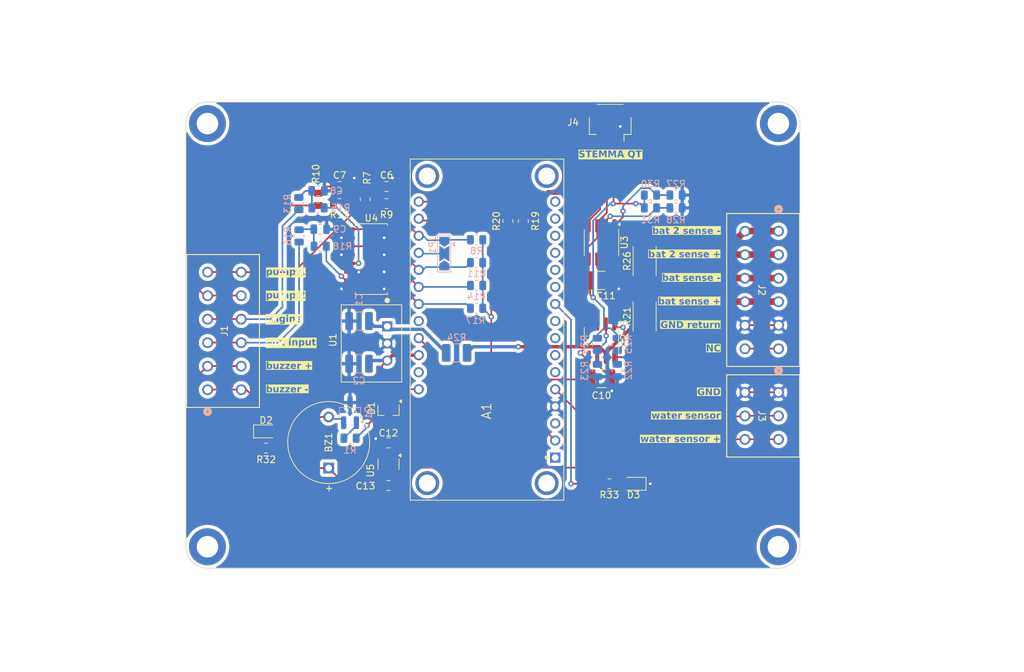
<source format=kicad_pcb>
(kicad_pcb (version 20240108) (generator "pcbnew") (generator_version "8.0")
  (layers (0 "F.Cu" signal) (31 "B.Cu" signal) (34 "B.Paste" user) (35 "F.Paste" user) (36 "B.SilkS" user "B.Silkscreen") (37 "F.SilkS" user "F.Silkscreen") (38 "B.Mask" user) (39 "F.Mask" user) (44 "Edge.Cuts" user))
  (net 0 "")
  (net 2 "Net-(A1-UART2_RTS_PWM1_P1.03_8)")
  (net 15 "Net-(Q1-B)")
  (net 16 "Net-(A1-SCL1_UART1_CTS_SPI1_MOSI_PWM3_P1.02_3)")
  (net 17 "/input_filter1/out")
  (net 18 "/input_filter/out")
  (net 19 "/VUSB")
  (net 20 "/input_filter2/out")
  (net 21 "/input_filter3/out")
  (net 22 "Net-(R9-Pad1)")
  (net 23 "Net-(R12-Pad1)")
  (net 24 "aux_bat_sense_-")
  (net 25 "Net-(R15-Pad1)")
  (net 26 "engine_running")
  (net 27 "Net-(R18-Pad1)")
  (net 28 "aux_input")
  (net 29 "SDA")
  (net 30 "SCL")
  (net 31 "water_sense_sig")
  (net 32 "Net-(C6-Pad1)")
  (net 33 "Net-(C7-Pad1)")
  (net 34 "Net-(C8-Pad1)")
  (net 35 "Net-(C9-Pad1)")
  (net 36 "Net-(U2-A1)")
  (net 37 "Net-(U2-A0)")
  (net 38 "Net-(U3-A1)")
  (net 39 "Net-(U3-A0)")
  (net 40 "Net-(A1-LiPo+)")
  (net 41 "+3V3")
  (net 42 "Net-(U5-EN)")
  (net 44 "GND")
  (net 45 "buzzer_-")
  (net 46 "buzzer_+")
  (net 47 "bilge_pump_2")
  (net 48 "bilge_pump")
  (net 49 "aux_bat_sense_+")
  (net 50 "bat_sense_+")
  (net 51 "bat_sense_-")
  (net 52 "/Vin")
  (net 53 "Net-(J2-Pad11)")
  (net 54 "Net-(D2-A)")
  (net 55 "Net-(A1-14_P0.31_PWM3_ADC5_SPI_SS)")
  (net 56 "Net-(D3-A)")
  (footprint "Package_TO_SOT_SMD:SOT-23-5" (layer "F.Cu") (at 76.9588 100.7125 -90)
    (property "Reference" "U5")
    (property "Value" "TPS7A2033PDBVR")
  )
  (footprint "Resistor_SMD:R_0805_2012Metric" (layer "F.Cu") (at 58.725 98.325)
    (property "Reference" "R32")
    (property "Value" "330")
  )
  (footprint "MountingHole:MountingHole_3.2mm_M3_ISO14580_Pad_TopBottom" (layer "F.Cu") (at 50 50)
    (property "Reference" "REF**" (hide yes))
    (property "Value" "MountingHole_3.2mm_M3_ISO14580_Pad_TopBottom")
  )
  (footprint "Connector_JST:JST_SH_SM04B-SRSS-TB_1x04-1MP_P1.00mm_Horizontal" (layer "F.Cu") (at 109.9613 49.825 180)
    (property "Reference" "J4")
    (property "Value" "SM04B-SRSS-TB")
  )
  (footprint "Package_SO:SOIC-8_3.9x4.9mm_P1.27mm" (layer "F.Cu") (at 108.6613 67.695 -90)
    (property "Reference" "U3")
    (property "Value" "INA219AxD")
  )
  (footprint "LED_SMD:LED_0805_2012Metric_Pad1.15x1.40mm_HandSolder" (layer "F.Cu") (at 113.4375 103.625 180)
    (property "Reference" "D3")
    (property "Value" "LED")
  )
  (footprint "MountingHole:MountingHole_3.2mm_M3_ISO14580_Pad_TopBottom" (layer "F.Cu") (at 135 113)
    (property "Reference" "REF**" (hide yes))
    (property "Value" "MountingHole_3.2mm_M3_ISO14580_Pad_TopBottom")
  )
  (footprint "1891946:CONN_1861946" (layer "F.Cu") (at 130.025 97.025001 -90)
    (property "Reference" "J3")
    (property "Value" "1861946")
  )
  (footprint "LED_SMD:LED_0805_2012Metric_Pad1.15x1.40mm_HandSolder" (layer "F.Cu") (at 58.725 95.83)
    (property "Reference" "D2")
    (property "Value" "CTL0805FRD1T")
  )
  (footprint "Capacitor_SMD:C_0805_2012Metric" (layer "F.Cu") (at 76.9588 103.8875 180)
    (property "Reference" "C13")
    (property "Value" "1u")
  )
  (footprint "Package_TO_SOT_SMD:SOT-23_Handsoldering" (layer "F.Cu") (at 76.9588 92.6875 -90)
    (property "Reference" "D1")
    (property "Value" "PMEG2005")
  )
  (footprint "Resistor_SMD:R_0805_2012Metric" (layer "F.Cu") (at 66.5038 61.28 -90)
    (property "Reference" "R10")
    (property "Value" "2.2k")
  )
  (footprint "Resistor_SMD:R_0805_2012Metric" (layer "F.Cu") (at 76.6638 61.915 180)
    (property "Reference" "R9")
    (property "Value" "2.2k")
  )
  (footprint "Capacitor_SMD:C_1210_3225Metric" (layer "F.Cu") (at 108.6613 87.95)
    (property "Reference" "C10")
    (property "Value" "0.1u")
  )
  (footprint "Capacitor_SMD:C_0805_2012Metric" (layer "F.Cu") (at 69.6788 59.375)
    (property "Reference" "C7")
    (property "Value" "4.7u")
  )
  (footprint "Buzzer_Beeper:MagneticBuzzer_ProSignal_ABI-009-RC" (layer "F.Cu") (at 68.0513 101.285 90)
    (property "Reference" "BZ1")
    (property "Value" "Buzzer")
  )
  (footprint "Resistor_SMD:R_0805_2012Metric" (layer "F.Cu") (at 109.8375 103.625 180)
    (property "Reference" "R33")
    (property "Value" "330")
  )
  (footprint "MountingHole:MountingHole_3.2mm_M3_ISO14580_Pad_TopBottom" (layer "F.Cu") (at 50 113)
    (property "Reference" "REF**" (hide yes))
    (property "Value" "MountingHole_3.2mm_M3_ISO14580_Pad_TopBottom")
  )
  (footprint "Resistor_SMD:R_0805_2012Metric" (layer "F.Cu") (at 69.6788 61.915 180)
    (property "Reference" "R12")
    (property "Value" "2.2k")
  )
  (footprint "1891975:CONN_1861975" (layer "F.Cu") (at 55.025 72.125 90)
    (property "Reference" "J1")
    (property "Value" "1861975")
  )
  (footprint "1891975:CONN_1861975" (layer "F.Cu") (at 130.025 83.524999 -90)
    (property "Reference" "J2")
    (property "Value" "1861975")
  )
  (footprint "Package_SO:SOIC-16_4.55x10.3mm_P1.27mm" (layer "F.Cu") (at 74.4013 70.17)
    (property "Reference" "U4")
    (property "Value" "TLP291-4")
  )
  (footprint "Capacitor_SMD:C_1210_3225Metric" (layer "F.Cu") (at 108.4563 73.345)
    (property "Reference" "C11")
    (property "Value" "0.1u")
  )
  (footprint "Resistor_SMD:R_2512_6332Metric" (layer "F.Cu") (at 115.0913 78.719996 90)
    (property "Reference" "R21")
    (property "Value" "0.1")
  )
  (footprint "libs:CONV_V7805-1000" (layer "F.Cu") (at 74.4188 82.735 -90)
    (property "Reference" "U1")
    (property "Value" "V7805-1000")
  )
  (footprint "Resistor_SMD:R_2512_6332Metric" (layer "F.Cu") (at 115.0913 70.464996 90)
    (property "Reference" "R26")
    (property "Value" "0.1")
  )
  (footprint "Resistor_SMD:R_0805_2012Metric" (layer "F.Cu") (at 94.725 64.5125 -90)
    (property "Reference" "R20")
    (property "Value" "10k")
  )
  (footprint "Capacitor_SMD:C_0805_2012Metric" (layer "F.Cu") (at 76.9588 97.5375 180)
    (property "Reference" "C12")
    (property "Value" "1u")
  )
  (footprint "Package_SO:SOIC-8_3.9x4.9mm_P1.27mm" (layer "F.Cu") (at 108.6613 82.3 -90)
    (property "Reference" "U2")
    (property "Value" "INA219AxD")
  )
  (footprint "Resistor_SMD:R_0805_2012Metric" (layer "F.Cu") (at 73.4888 61.28 -90)
    (property "Reference" "R7")
    (property "Value" "2.2k")
  )
  (footprint "Capacitor_SMD:C_0805_2012Metric" (layer "F.Cu") (at 76.6638 59.375)
    (property "Reference" "C6")
    (property "Value" "4.7u")
  )
  (footprint "MountingHole:MountingHole_3.2mm_M3_ISO14580_Pad_TopBottom" (layer "F.Cu") (at 135 50)
    (property "Reference" "REF**" (hide yes))
    (property "Value" "MountingHole_3.2mm_M3_ISO14580_Pad_TopBottom")
  )
  (footprint "libs:Boron" (layer "F.Cu") (at 91.6188 80.67 90)
    (property "Reference" "A1")
    (property "Value" "Particle_Boron")
  )
  (footprint "Resistor_SMD:R_0805_2012Metric" (layer "F.Cu") (at 97.025 64.5125 -90)
    (property "Reference" "R19")
    (property "Value" "10k")
  )
  (footprint "Resistor_SMD:R_0805_2012Metric" (layer "B.Cu") (at 111.0063 82.87 90)
    (property "Reference" "R25")
    (property "Value" "10k")
  )
  (footprint "Resistor_SMD:R_0805_2012Metric" (layer "B.Cu") (at 90.0713 74.095832)
    (property "Reference" "R14")
    (property "Value" "4.7k")
  )
  (footprint "Resistor_SMD:R_0805_2012Metric" (layer "B.Cu") (at 63.6438 66.7175 -90)
    (property "Reference" "R16")
    (property "Value" "2.2k")
  )
  (footprint "Resistor_SMD:R_0805_2012Metric" (layer "B.Cu") (at 115.9538 60.645 180)
    (property "Reference" "R30")
    (property "Value" "10k")
  )
  (footprint "Capacitor_SMD:C_0805_2012Metric" (layer "B.Cu") (at 66.4613 60.01)
    (property "Reference" "C8")
    (property "Value" "4.7u")
  )
  (footprint "Resistor_SMD:R_0805_2012Metric" (layer "B.Cu") (at 119.7638 62.55 180)
    (property "Reference" "R28")
    (property "Value" "10k")
  )
  (footprint "Resistor_SMD:R_0805_2012Metric" (layer "B.Cu") (at 90.0713 70.696666)
    (property "Reference" "R11")
    (property "Value" "4.7k")
  )
  (footprint "Capacitor_SMD:C_0805_2012Metric" (layer "B.Cu") (at 66.7813 65.725)
    (property "Reference" "C9")
    (property "Value" "4.7u")
  )
  (footprint "Capacitor_SMD:C_1210_3225Metric" (layer "B.Cu") (at 72.5688 85.75 180)
    (property "Reference" "C2")
    (property "Value" "22u")
  )
  (footprint "Capacitor_SMD:C_1210_3225Metric" (layer "B.Cu") (at 72.5688 79.4 180)
    (property "Reference" "C1")
    (property "Value" "10u")
  )
  (footprint "Resistor_SMD:R_0805_2012Metric" (layer "B.Cu") (at 115.9538 62.55 180)
    (property "Reference" "R31")
    (property "Value" "10k")
  )
  (footprint "Resistor_SMD:R_0805_2012Metric" (layer "B.Cu") (at 108.0563 82.87 90)
    (property "Reference" "R29")
    (property "Value" "10k")
  )
  (footprint "Resistor_SMD:R_0805_2012Metric" (layer "B.Cu") (at 90.0713 67.2975)
    (property "Reference" "R8")
    (property "Value" "4.7k")
  )
  (footprint "Resistor_SMD:R_0805_2012Metric" (layer "B.Cu") (at 111.0063 86.76 90)
    (property "Reference" "R22")
    (property "Value" "10k")
  )
  (footprint "Resistor_SMD:R_0805_2012Metric" (layer "B.Cu") (at 63.6013 61.915 -90)
    (property "Reference" "R13")
    (property "Value" "2.2k")
  )
  (footprint "Resistor_SMD:R_0805_2012Metric" (layer "B.Cu") (at 119.7638 60.645 180)
    (property "Reference" "R27")
    (property "Value" "10k")
  )
  (footprint "Resistor_SMD:R_0805_2012Metric" (layer "B.Cu") (at 71.2263 96.84 180)
    (property "Reference" "R1")
    (property "Value" "1k")
  )
  (footprint "Resistor_SMD:R_0805_2012Metric" (layer "B.Cu") (at 66.4613 62.55 180)
    (property "Reference" "R15")
    (property "Value" "2.2k")
  )
  (footprint "Jumper:SolderJumper-3_P2.0mm_Open_TrianglePad1.0x1.5mm" (layer "B.Cu") (at 85.2688 69.3625 -90)
    (property "Reference" "JP1")
    (property "Value" "SolderJumper_3_Open")
  )
  (footprint "Resistor_SMD:R_1210_3225Metric_Pad1.30x2.65mm_HandSolder" (layer "B.Cu") (at 87.1013 84.14 180)
    (property "Reference" "R24")
    (property "Value" "0")
  )
  (footprint "Resistor_SMD:R_0805_2012Metric" (layer "B.Cu") (at 66.7813 68.265 180)
    (property "Reference" "R18")
    (property "Value" "2.2k")
  )
  (footprint "Resistor_SMD:R_0805_2012Metric" (layer "B.Cu") (at 90.0713 77.495)
    (property "Reference" "R17")
    (property "Value" "4.7k")
  )
  (footprint "Package_TO_SOT_SMD:SOT-23_Handsoldering" (layer "B.Cu") (at 71.2263 93.03 90)
    (property "Reference" "Q1")
    (property "Value" "Q_NPN_BCE")
  )
  (footprint "Resistor_SMD:R_0805_2012Metric" (layer "B.Cu") (at 108.0563 86.76 90)
    (property "Reference" "R23")
    (property "Value" "10k")
  )
  (gr_arc (start 50 116.2) (mid 47.737258 115.262742) (end 46.8 113) (stroke (width 0.1)) (layer "Edge.Cuts"))
  (gr_arc (start 135 46.8) (mid 137.262742 47.737258) (end 138.2 50) (stroke (width 0.1)) (layer "Edge.Cuts"))
  (gr_line (start 135 116.2) (end 50 116.2) (stroke (width 0.1)) (layer "Edge.Cuts"))
  (gr_line (start 138.2 50) (end 138.2 113) (stroke (width 0.1)) (layer "Edge.Cuts"))
  (gr_arc (start 138.2 113) (mid 137.262742 115.262742) (end 135 116.2) (stroke (width 0.1)) (layer "Edge.Cuts"))
  (gr_line (start 50 46.8) (end 135 46.8) (stroke (width 0.1)) (layer "Edge.Cuts"))
  (gr_arc (start 46.8 50) (mid 47.737258 47.737258) (end 50 46.8) (stroke (width 0.1)) (layer "Edge.Cuts"))
  (gr_line (start 46.8 113) (end 46.8 50) (stroke (width 0.1)) (layer "Edge.Cuts"))
  (gr_text "buzzer +" (at 58.7 86.116599 0) (layer "F.SilkS" knockout) (effects (font (size 1 1) (thickness 0.2) (bold yes)) (justify left)))
  (gr_text "bat sense -" (at 126.4 73.016598 0) (layer "F.SilkS" knockout) (effects (font (size 1 1) (thickness 0.2) (bold yes)) (justify right)))
  (gr_text "water sensor" (at 126.4 93.516599 0) (layer "F.SilkS" knockout) (effects (font (size 1 1) (thickness 0.2) (bold yes)) (justify right)))
  (gr_text "bat 2 sense -" (at 126.4 66.016598 0) (layer "F.SilkS" knockout) (effects (font (size 1 1) (thickness 0.15) (bold yes)) (justify right)))
  (gr_text "GND" (at 126.4 90.016599 0) (layer "F.SilkS" knockout) (effects (font (size 1 1) (thickness 0.2) (bold yes)) (justify right)))
  (gr_text "aux input\n" (at 58.7 82.616599 0) (layer "F.SilkS" knockout) (effects (font (size 1 1) (thickness 0.2) (bold yes)) (justify left)))
  (gr_text "STEMMA QT" (at 109.9613 54.6 0) (layer "F.SilkS" knockout) (effects (font (size 1 1) (thickness 0.2) (bold yes))))
  (gr_text "engine\n" (at 58.7 79.116598 0) (layer "F.SilkS" knockout) (effects (font (size 1 1) (thickness 0.2) (bold yes)) (justify left)))
  (gr_text "NC" (at 126.4 83.5 0) (layer "F.SilkS" knockout) (effects (font (size 1 1) (thickness 0.2) (bold yes)) (justify right)))
  (gr_text "GND return" (at 126.4 80.016599 0) (layer "F.SilkS" knockout) (effects (font (size 1 1) (thickness 0.2) (bold yes)) (justify right)))
  (gr_text "pump 1" (at 58.7 72.116598 0) (layer "F.SilkS" knockout) (effects (font (size 1 1) (thickness 0.15) (bold yes)) (justify left)))
  (gr_text "bat 2 sense +" (at 126.4 69.5 0) (layer "F.SilkS" knockout) (effects (font (size 1 1) (thickness 0.15) (bold yes)) (justify right)))
  (gr_text "pump 2" (at 58.7 75.6 0) (layer "F.SilkS" knockout) (effects (font (size 1 1) (thickness 0.15) (bold yes)) (justify left)))
  (gr_text "buzzer -" (at 58.7 89.6 0) (layer "F.SilkS" knockout) (effects (font (size 1 1) (thickness 0.2) (bold yes)) (justify left)))
  (gr_text "water sensor +" (at 126.4 97 0) (layer "F.SilkS" knockout) (effects (font (size 1 1) (thickness 0.2) (bold yes)) (justify right)))
  (gr_text "bat sense +" (at 126.4 76.516599 0) (layer "F.SilkS" knockout) (effects (font (size 1 1) (thickness 0.2) (bold yes)) (justify right)))
  (segment (start 82.825 83.3062) (end 82.825 90.225) (width 0.25) (layer "F.Cu") (net 2))
  (segment (start 81.4588 81.94) (end 82.825 83.3062) (width 0.25) (layer "F.Cu") (net 2))
  (segment (start 82.825 90.225) (end 80.1375 92.9125) (width 0.25) (layer "F.Cu") (net 2))
  (segment (start 75.7888 92.9125) (end 73.7663 94.935) (width 0.25) (layer "F.Cu") (net 2))
  (segment (start 80.1375 92.9125) (end 75.7888 92.9125) (width 0.25) (layer "F.Cu") (net 2))
  (via (at 73.7663 94.935) (size 0.8) (drill 0.4) (layers "F.Cu" "B.Cu") (net 2))
  (segment (start 73.7663 94.935) (end 73.7663 95.2125) (width 0.25) (layer "B.Cu") (net 2))
  (segment (start 73.7663 95.2125) (end 72.1388 96.84) (width 0.25) (layer "B.Cu") (net 2))
  (segment (start 72.1763 94.9775) (end 70.3138 96.84) (width 0.25) (layer "B.Cu") (net 15))
  (segment (start 82.0938 69.24) (end 82.2163 69.3625) (width 0.25) (layer "B.Cu") (net 16))
  (segment (start 82.2163 69.3625) (end 85.2688 69.3625) (width 0.25) (layer "B.Cu") (net 16))
  (segment (start 81.4588 69.24) (end 82.0938 69.24) (width 0.25) (layer "B.Cu") (net 16))
  (segment (start 77.6513 68.265) (end 77.9438 68.265) (width 0.25) (layer "F.Cu") (net 17))
  (segment (start 77.9438 68.265) (end 81.4588 71.78) (width 0.25) (layer "F.Cu") (net 17))
  (segment (start 81.4588 71.78) (end 82.0938 71.78) (width 0.25) (layer "B.Cu") (net 17))
  (segment (start 88.492966 71.3625) (end 89.1588 70.696666) (width 0.25) (layer "B.Cu") (net 17))
  (segment (start 88.492966 71.3625) (end 85.2688 71.3625) (width 0.25) (layer "B.Cu") (net 17))
  (segment (start 82.0938 71.78) (end 82.5113 71.3625) (width 0.25) (layer "B.Cu") (net 17))
  (segment (start 82.5113 71.3625) (end 85.2688 71.3625) (width 0.25) (layer "B.Cu") (net 17))
  (segment (start 77.6513 65.725) (end 80.4838 65.725) (width 0.25) (layer "F.Cu") (net 18))
  (segment (start 80.4838 65.725) (end 81.4588 66.7) (width 0.25) (layer "F.Cu") (net 18))
  (segment (start 85.8763 67.3625) (end 85.9413 67.2975) (width 0.25) (layer "B.Cu") (net 18))
  (segment (start 82.7563 67.3625) (end 85.2688 67.3625) (width 0.25) (layer "B.Cu") (net 18))
  (segment (start 85.2688 67.3625) (end 85.8763 67.3625) (width 0.25) (layer "B.Cu") (net 18))
  (segment (start 81.4588 66.7) (end 82.0938 66.7) (width 0.25) (layer "B.Cu") (net 18))
  (segment (start 85.9413 67.2975) (end 89.1588 67.2975) (width 0.25) (layer "B.Cu") (net 18))
  (segment (start 82.0938 66.7) (end 82.7563 67.3625) (width 0.25) (layer "B.Cu") (net 18))
  (segment (start 76.0088 86.035) (end 76.7688 85.275) (width 0.25) (layer "F.Cu") (net 19))
  (segment (start 76.0088 91.1875) (end 76.0088 86.035) (width 0.25) (layer "F.Cu") (net 19))
  (segment (start 77.5638 84.48) (end 76.7688 85.275) (width 0.5) (layer "F.Cu") (net 19))
  (segment (start 81.4588 84.48) (end 77.5638 84.48) (width 0.5) (layer "F.Cu") (net 19))
  (segment (start 74.5188 85.275) (end 74.0438 85.75) (width 0.25) (layer "B.Cu") (net 19))
  (segment (start 76.7688 85.275) (end 74.5188 85.275) (width 0.5) (layer "B.Cu") (net 19))
  (segment (start 77.9438 70.805) (end 81.4588 74.32) (width 0.25) (layer "F.Cu") (net 20))
  (segment (start 77.6513 70.805) (end 77.9438 70.805) (width 0.25) (layer "F.Cu") (net 20))
  (segment (start 81.4588 74.32) (end 88.934632 74.32) (width 0.25) (layer "B.Cu") (net 20))
  (segment (start 88.934632 74.32) (end 89.1588 74.095832) (width 0.25) (layer "B.Cu") (net 20))
  (segment (start 77.6513 73.345) (end 77.9438 73.345) (width 0.25) (layer "F.Cu") (net 21))
  (segment (start 77.9438 73.345) (end 81.4588 76.86) (width 0.25) (layer "F.Cu") (net 21))
  (segment (start 88.5238 76.86) (end 81.4588 76.86) (width 0.25) (layer "B.Cu") (net 21))
  (segment (start 88.5238 76.86) (end 89.1588 77.495) (width 0.25) (layer "B.Cu") (net 21))
  (segment (start 73.7663 65.725) (end 71.1513 65.725) (width 0.25) (layer "F.Cu") (net 22))
  (segment (start 77.5763 61.915) (end 73.7663 65.725) (width 0.25) (layer "F.Cu") (net 22))
  (segment (start 73.1313 68.265) (end 71.1513 68.265) (width 0.25) (layer "F.Cu") (net 23))
  (segment (start 78.4388 62.9575) (end 73.1313 68.265) (width 0.25) (layer "F.Cu") (net 23))
  (segment (start 74.4763 57.33) (end 77.897316 57.33) (width 0.25) (layer "F.Cu") (net 23))
  (segment (start 70.5913 61.915) (end 70.5913 61.215) (width 0.25) (layer "F.Cu") (net 23))
  (segment (start 78.4388 57.871484) (end 78.4388 62.9575) (width 0.25) (layer "F.Cu") (net 23))
  (segment (start 77.897316 57.33) (end 78.4388 57.871484) (width 0.25) (layer "F.Cu") (net 23))
  (segment (start 70.5913 61.215) (end 74.4763 57.33) (width 0.25) (layer "F.Cu") (net 23))
  (segment (start 109.2963 69.195001) (end 110.988805 67.502496) (width 0.25) (layer "F.Cu") (net 24))
  (segment (start 110.988805 67.502496) (end 115.0913 67.502496) (width 0.25) (layer "F.Cu") (net 24))
  (segment (start 109.2963 70.17) (end 109.2963 69.195001) (width 0.25) (layer "F.Cu") (net 24))
  (segment (start 130 65.999996) (end 135 65.999996) (width 1) (layer "F.Cu") (net 24))
  (segment (start 128.574996 67.425) (end 130 65.999996) (width 1) (layer "F.Cu") (net 24))
  (segment (start 115.776292 67.425) (end 128.574996 67.425) (width 1) (layer "F.Cu") (net 24))
  (segment (start 115.0913 67.502496) (end 115.548796 67.502496) (width 0.25) (layer "F.Cu") (net 24))
  (segment (start 115.548796 67.502496) (end 115.701292 67.35) (width 0.25) (layer "F.Cu") (net 24))
  (segment (start 71.1513 70.805) (end 72.4963 70.805) (width 0.25) (layer "F.Cu") (net 25))
  (via (at 72.4963 70.805) (size 0.8) (drill 0.4) (layers "F.Cu" "B.Cu") (net 25))
  (segment (start 69.3213 62.55) (end 72.4963 65.725) (width 0.25) (layer "B.Cu") (net 25))
  (segment (start 67.3738 62.55) (end 69.3213 62.55) (width 0.25) (layer "B.Cu") (net 25))
  (segment (start 72.4963 65.725) (end 72.4963 70.805) (width 0.25) (layer "B.Cu") (net 25))
  (segment (start 55.1 79.099999) (end 50.1 79.099999) (width 0.25) (layer "F.Cu") (net 26))
  (segment (start 63.6013 62.8275) (end 61.165499 65.263301) (width 0.25) (layer "B.Cu") (net 26))
  (segment (start 61.165499 77.310801) (end 59.359702 79.116598) (width 0.25) (layer "B.Cu") (net 26))
  (segment (start 61.165499 65.263301) (end 61.165499 77.310801) (width 0.25) (layer "B.Cu") (net 26))
  (segment (start 59.359702 79.116598) (end 55 79.116598) (width 0.25) (layer "B.Cu") (net 26))
  (segment (start 70.575257 73.345) (end 71.1513 73.345) (width 0.25) (layer "F.Cu") (net 27))
  (segment (start 69.947941 72.717684) (end 70.575257 73.345) (width 0.25) (layer "F.Cu") (net 27))
  (via (at 69.947941 72.717684) (size 0.8) (drill 0.4) (layers "F.Cu" "B.Cu") (net 27))
  (segment (start 67.6938 70.463543) (end 69.947941 72.717684) (width 0.25) (layer "B.Cu") (net 27))
  (segment (start 67.6938 68.265) (end 67.6938 70.463543) (width 0.25) (layer "B.Cu") (net 27))
  (segment (start 50.1 82.6) (end 55.1 82.6) (width 0.25) (layer "F.Cu") (net 28))
  (segment (start 60.542201 82.616599) (end 55 82.616599) (width 0.25) (layer "B.Cu") (net 28))
  (segment (start 63.6438 67.63) (end 63.6438 79.515) (width 0.25) (layer "B.Cu") (net 28))
  (segment (start 60.542201 82.616599) (end 63.6438 79.515) (width 0.25) (layer "B.Cu") (net 28))
  (segment (start 109.136299 50.725) (end 109.4613 51.050001) (width 0.25) (layer "F.Cu") (net 29))
  (segment (start 94.725 63.6) (end 94.6 63.6) (width 0.25) (layer "F.Cu") (net 29))
  (segment (start 109.4613 51.050001) (end 109.4613 51.825) (width 0.25) (layer "F.Cu") (net 29))
  (segment (start 94.5725 63.4475) (end 94.725 63.6) (width 0.25) (layer "F.Cu") (net 29))
  (segment (start 92.62 61.62) (end 81.4588 61.62) (width 0.25) (layer "F.Cu") (net 29))
  (segment (start 100.663604 60.025) (end 102.625 60.025) (width 0.25) (layer "F.Cu") (net 29))
  (segment (start 95.5625 62.7625) (end 97.926104 62.7625) (width 0.25) (layer "F.Cu") (net 29))
  (segment (start 97.926104 62.7625) (end 100.663604 60.025) (width 0.25) (layer "F.Cu") (net 29))
  (segment (start 106.0813 76.45) (end 108.0263 78.395) (width 0.25) (layer "F.Cu") (net 29))
  (segment (start 109.4613 51.825) (end 109.4613 63.268957) (width 0.25) (layer "F.Cu") (net 29))
  (segment (start 106.0813 68.97) (end 106.0813 76.45) (width 0.25) (layer "F.Cu") (net 29))
  (segment (start 108.0263 67.025) (end 106.0813 68.97) (width 0.25) (layer "F.Cu") (net 29))
  (segment (start 94.6 63.6) (end 92.62 61.62) (width 0.25) (layer "F.Cu") (net 29))
  (segment (start 105.825 56.825) (end 105.825 53.010392) (width 0.25) (layer "F.Cu") (net 29))
  (segment (start 108.110392 50.725) (end 109.136299 50.725) (width 0.25) (layer "F.Cu") (net 29))
  (segment (start 105.825 53.010392) (end 108.110392 50.725) (width 0.25) (layer "F.Cu") (net 29))
  (segment (start 108.0263 64.703957) (end 108.0263 65.22) (width 0.25) (layer "F.Cu") (net 29))
  (segment (start 108.0263 78.395) (end 108.0263 79.825) (width 0.25) (layer "F.Cu") (net 29))
  (segment (start 108.0263 65.22) (end 108.0263 67.025) (width 0.25) (layer "F.Cu") (net 29))
  (segment (start 94.725 63.6) (end 95.5625 62.7625) (width 0.25) (layer "F.Cu") (net 29))
  (segment (start 102.625 60.025) (end 105.825 56.825) (width 0.25) (layer "F.Cu") (net 29))
  (segment (start 109.4613 63.268957) (end 108.0263 64.703957) (width 0.25) (layer "F.Cu") (net 29))
  (segment (start 81.7363 64.4375) (end 96.1875 64.4375) (width 0.25) (layer "F.Cu") (net 30))
  (segment (start 102.875 60.475) (end 106.325 57.025) (width 0.25) (layer "F.Cu") (net 30))
  (segment (start 100.85 60.475) (end 102.875 60.475) (width 0.25) (layer "F.Cu") (net 30))
  (segment (start 105.6313 68.6187) (end 106.7563 67.4937) (width 0.25) (layer "F.Cu") (net 30))
  (segment (start 106.325 53.325) (end 107.825 51.825) (width 0.25) (layer "F.Cu") (net 30))
  (segment (start 106.325 57.025) (end 106.325 53.325) (width 0.25) (layer "F.Cu") (net 30))
  (segment (start 81.4588 64.16) (end 81.7363 64.4375) (width 0.25) (layer "F.Cu") (net 30))
  (segment (start 108.4613 53.575096) (end 108.4613 51.825) (width 0.25) (layer "F.Cu") (net 30))
  (segment (start 106.7563 65.22) (end 106.7563 64.485) (width 0.25) (layer "F.Cu") (net 30))
  (segment (start 107.825 51.825) (end 108.4613 51.825) (width 0.25) (layer "F.Cu") (net 30))
  (segment (start 97.025 63.6) (end 97.725 63.6) (width 0.25) (layer "F.Cu") (net 30))
  (segment (start 97.725 63.6) (end 100.85 60.475) (width 0.25) (layer "F.Cu") (net 30))
  (segment (start 108.4613 62.78) (end 108.4613 51.825) (width 0.25) (layer "F.Cu") (net 30))
  (segment (start 106.7563 64.485) (end 108.4613 62.78) (width 0.25) (layer "F.Cu") (net 30))
  (segment (start 106.7563 67.4937) (end 106.7563 65.22) (width 0.25) (layer "F.Cu") (net 30))
  (segment (start 106.7563 79.825) (end 105.6313 78.7) (width 0.25) (layer "F.Cu") (net 30))
  (segment (start 106.7373 65.239) (end 106.7563 65.22) (width 0.25) (layer "F.Cu") (net 30))
  (segment (start 105.6313 78.7) (end 105.6313 68.6187) (width 0.25) (layer "F.Cu") (net 30))
  (segment (start 96.1875 64.4375) (end 97.025 63.6) (width 0.25) (layer "F.Cu") (net 30))
  (segment (start 101.7788 89.56) (end 105.8188 93.6) (width 0.25) (layer "F.Cu") (net 31))
  (segment (start 129.899999 93.6) (end 130 93.499999) (width 0.25) (layer "F.Cu") (net 31))
  (segment (start 130 93.499999) (end 135 93.499999) (width 0.25) (layer "F.Cu") (net 31))
  (segment (start 105.8188 93.6) (end 129.899999 93.6) (width 0.25) (layer "F.Cu") (net 31))
  (segment (start 73.4888 60.3675) (end 74.4813 59.375) (width 0.25) (layer "F.Cu") (net 32))
  (segment (start 75.7513 61.915) (end 75.7513 59.4125) (width 0.25) (layer "F.Cu") (net 32))
  (segment (start 74.4813 59.375) (end 75.7138 59.375) (width 0.25) (layer "F.Cu") (net 32))
  (segment (start 75.7513 59.4125) (end 75.7138 59.375) (width 0.25) (layer "F.Cu") (net 32))
  (segment (start 68.7663 59.4125) (end 68.7288 59.375) (width 0.25) (layer "F.Cu") (net 33))
  (segment (start 68.7663 61.915) (end 68.7663 59.4125) (width 0.25) (layer "F.Cu") (net 33))
  (segment (start 67.4963 59.375) (end 66.5038 60.3675) (width 0.25) (layer "F.Cu") (net 33))
  (segment (start 68.7288 59.375) (end 67.4963 59.375) (width 0.25) (layer "F.Cu") (net 33))
  (segment (start 64.5938 60.01) (end 63.6013 61.0025) (width 0.25) (layer "B.Cu") (net 34))
  (segment (start 65.5113 60.01) (end 64.5938 60.01) (width 0.25) (layer "B.Cu") (net 34))
  (segment (start 65.5113 60.01) (end 65.5113 60.645) (width 0.25) (layer "B.Cu") (net 34))
  (segment (start 65.5488 60.6825) (end 65.5488 62.55) (width 0.25) (layer "B.Cu") (net 34))
  (segment (start 65.5113 60.645) (end 65.5488 60.6825) (width 0.25) (layer "B.Cu") (net 34))
  (segment (start 65.8313 68.2275) (end 65.8688 68.265) (width 0.25) (layer "B.Cu") (net 35))
  (segment (start 65.8313 65.725) (end 63.7238 65.725) (width 0.25) (layer "B.Cu") (net 35))
  (segment (start 65.8313 65.725) (end 65.8313 68.2275) (width 0.25) (layer "B.Cu") (net 35))
  (segment (start 63.7238 65.725) (end 63.6438 65.805) (width 0.25) (layer "B.Cu") (net 35))
  (segment (start 111.8663 80.33) (end 111.0713 80.33) (width 0.25) (layer "F.Cu") (net 36))
  (segment (start 111.0713 80.33) (end 110.5663 79.825) (width 0.25) (layer "F.Cu") (net 36))
  (via (at 111.8663 80.33) (size 0.8) (drill 0.4) (layers "F.Cu" "B.Cu") (net 36))
  (segment (start 112.0313 80.495) (end 111.8663 80.33) (width 0.25) (layer "B.Cu") (net 36))
  (segment (start 111.0063 83.7825) (end 111.0063 85.8475) (width 0.25) (layer "B.Cu") (net 36))
  (segment (start 112.0313 82.7575) (end 112.0313 80.495) (width 0.25) (layer "B.Cu") (net 36))
  (segment (start 111.0063 83.7825) (end 112.0313 82.7575) (width 0.25) (layer "B.Cu") (net 36))
  (segment (start 109.35202 81.598838) (end 109.35202 79.88072) (width 0.25) (layer "F.Cu") (net 37))
  (segment (start 109.35202 79.88072) (end 109.2963 79.825) (width 0.25) (layer "F.Cu") (net 37))
  (via (at 109.35202 81.598838) (size 0.8) (drill 0.4) (layers "F.Cu" "B.Cu") (net 37))
  (segment (start 108.0563 83.7825) (end 108.0563 85.8475) (width 0.25) (layer "B.Cu") (net 37))
  (segment (start 109.35202 82.48678) (end 109.35202 81.598838) (width 0.25) (layer "B.Cu") (net 37))
  (segment (start 108.0563 83.7825) (end 109.35202 82.48678) (width 0.25) (layer "B.Cu") (net 37))
  (segment (start 110.5663 65.22) (end 111.8663 63.92) (width 0.25) (layer "F.Cu") (net 38))
  (segment (start 111.8663 63.92) (end 111.8663 63.025) (width 0.25) (layer "F.Cu") (net 38))
  (via (at 111.8663 63.025) (size 0.8) (drill 0.4) (layers "F.Cu" "B.Cu") (net 38))
  (segment (start 114.5337 59.62) (end 111.8663 62.2874) (width 0.25) (layer "B.Cu") (net 38))
  (segment (start 115.8413 59.62) (end 114.5337 59.62) (width 0.25) (layer "B.Cu") (net 38))
  (segment (start 111.8663 62.2874) (end 111.8663 63.025) (width 0.25) (layer "B.Cu") (net 38))
  (segment (start 118.8513 60.645) (end 116.8663 60.645) (width 0.25) (layer "B.Cu") (net 38))
  (segment (start 116.8663 60.645) (end 115.8413 59.62) (width 0.25) (layer "B.Cu") (net 38))
  (segment (start 109.2963 64.459262) (end 109.2963 65.22) (width 0.25) (layer "F.Cu") (net 39))
  (segment (start 109.950329 63.805233) (end 109.2963 64.459262) (width 0.25) (layer "F.Cu") (net 39))
  (via (at 109.950329 63.805233) (size 0.8) (drill 0.4) (layers "F.Cu" "B.Cu") (net 39))
  (segment (start 116.8663 62.55) (end 115.6163 63.8) (width 0.25) (layer "B.Cu") (net 39))
  (segment (start 118.8513 62.55) (end 116.8663 62.55) (width 0.25) (layer "B.Cu") (net 39))
  (segment (start 109.955562 63.8) (end 109.950329 63.805233) (width 0.25) (layer "B.Cu") (net 39))
  (segment (start 115.6163 63.8) (end 109.955562 63.8) (width 0.25) (layer "B.Cu") (net 39))
  (segment (start 79.5363 89.56) (end 81.4588 89.56) (width 0.25) (layer "F.Cu") (net 40))
  (segment (start 77.9088 91.1875) (end 79.5363 89.56) (width 0.25) (layer "F.Cu") (net 40))
  (segment (start 106.7563 87.52) (end 106.7563 84.775) (width 0.25) (layer "F.Cu") (net 41))
  (segment (start 94.7213 66.0287) (end 94.725 66.025) (width 0.25) (layer "F.Cu") (net 41))
  (segment (start 107.0373 88.099) (end 100.9223 88.099) (width 0.25) (layer "F.Cu") (net 41))
  (segment (start 107.1863 87.95) (end 107.0373 88.099) (width 0.25) (layer "F.Cu") (net 41))
  (segment (start 99.66755 95.06875) (end 101.7788 97.18) (width 0.25) (layer "F.Cu") (net 41))
  (segment (start 106.9813 73.345) (end 106.9813 75.445) (width 0.25) (layer "F.Cu") (net 41))
  (segment (start 94.725 65.425) (end 94.7213 65.4287) (width 0.25) (layer "F.Cu") (net 41))
  (segment (start 110.4613 61.8537) (end 110.4 61.915) (width 0.25) (layer "F.Cu") (net 41))
  (segment (start 106.1513 84.775) (end 105.5163 84.14) (width 0.25) (layer "F.Cu") (net 41))
  (segment (start 106.7563 84.775) (end 106.1513 84.775) (width 0.25) (layer "F.Cu") (net 41))
  (segment (start 100.9223 88.099) (end 96.81005 92.21125) (width 0.25) (layer "F.Cu") (net 41))
  (segment (start 106.7563 73.12) (end 106.9813 73.345) (width 0.25) (layer "F.Cu") (net 41))
  (segment (start 94.7213 67.6287) (end 94.7213 66.0287) (width 0.25) (layer "F.Cu") (net 41))
  (segment (start 113.7713 61.915) (end 110.4 61.915) (width 0.25) (layer "F.Cu") (net 41))
  (segment (start 107.1863 87.95) (end 106.7563 87.52) (width 0.25) (layer "F.Cu") (net 41))
  (segment (start 106.7563 70.17) (end 106.7563 73.12) (width 0.25) (layer "F.Cu") (net 41))
  (segment (start 92.2538 78.765) (end 92.2538 70.0962) (width 0.25) (layer "F.Cu") (net 41))
  (segment (start 92.2538 70.0962) (end 94.7213 67.6287) (width 0.25) (layer "F.Cu") (net 41))
  (segment (start 97.325 65.425) (end 94.725 65.425) (width 0.25) (layer "F.Cu") (net 41))
  (segment (start 96.81005 92.21125) (end 99.66755 95.06875) (width 0.25) (layer "F.Cu") (net 41))
  (segment (start 110.4613 51.825) (end 110.4613 61.8537) (width 0.25) (layer "F.Cu") (net 41))
  (segment (start 92.2538 87.655) (end 99.66755 95.06875) (width 0.25) (layer "F.Cu") (net 41))
  (segment (start 106.9813 75.445) (end 107.4213 75.885) (width 0.25) (layer "F.Cu") (net 41))
  (segment (start 94.725 66.025) (end 94.725 65.425) (width 0.25) (layer "F.Cu") (net 41))
  (segment (start 92.2538 78.765) (end 92.2538 87.655) (width 0.25) (layer "F.Cu") (net 41))
  (via (at 92.2538 78.765) (size 0.8) (drill 0.4) (layers "F.Cu" "B.Cu") (net 41))
  (via (at 105.5163 84.14) (size 0.8) (drill 0.4) (layers "F.Cu" "B.Cu") (net 41))
  (via (at 113.7713 61.915) (size 0.8) (drill 0.4) (layers "F.Cu" "B.Cu") (net 41))
  (via (at 107.4213 75.885) (size 0.8) (drill 0.4) (layers "F.Cu" "B.Cu") (net 41))
  (via (at 110.4 61.915) (size 0.8) (drill 0.4) (layers "F.Cu" "B.Cu") (net 41))
  (segment (start 109.9613 61.915) (end 110.4 61.915) (width 0.25) (layer "B.Cu") (net 41))
  (segment (start 108.0563 81.9575) (end 108.0563 81.445) (width 0.25) (layer "B.Cu") (net 41))
  (segment (start 107.4213 64.455) (end 109.9613 61.915) (width 0.25) (layer "B.Cu") (net 41))
  (segment (start 109.0438 80.4575) (end 110.0188 80.4575) (width 0.25) (layer "B.Cu") (net 41))
  (segment (start 105.5163 84.14) (end 107.6988 81.9575) (width 0.25) (layer "B.Cu") (net 41))
  (segment (start 114.4063 61.915) (end 115.0413 62.55) (width 0.25) (layer "B.Cu") (net 41))
  (segment (start 107.6988 81.9575) (end 108.0563 81.9575) (width 0.25) (layer "B.Cu") (net 41))
  (segment (start 90.9838 70.696666) (end 90.9838 74.095832) (width 0.25) (layer "B.Cu") (net 41))
  (segment (start 108.0563 81.445) (end 109.0438 80.4575) (width 0.25) (layer "B.Cu") (net 41))
  (segment (start 107.4213 75.885) (end 107.4213 64.455) (width 0.25) (layer "B.Cu") (net 41))
  (segment (start 111.0063 81.445) (end 111.0063 81.9575) (width 0.25) (layer "B.Cu") (net 41))
  (segment (start 109.025 80.6313) (end 109.025 77.4887) (width 0.25) (layer "B.Cu") (net 41))
  (segment (start 90.9838 67.2975) (end 90.9838 70.696666) (width 0.25) (layer "B.Cu") (net 41))
  (segment (start 115.0413 62.55) (end 115.0413 60.645) (width 0.25) (layer "B.Cu") (net 41))
  (segment (start 90.9838 77.495) (end 92.2538 78.765) (width 0.25) (layer "B.Cu") (net 41))
  (segment (start 109.025 77.4887) (end 107.4213 75.885) (width 0.25) (layer "B.Cu") (net 41))
  (segment (start 90.9838 74.095832) (end 90.9838 77.495) (width 0.25) (layer "B.Cu") (net 41))
  (segment (start 113.7713 61.915) (end 114.4063 61.915) (width 0.25) (layer "B.Cu") (net 41))
  (segment (start 110.0188 80.4575) (end 111.0063 81.445) (width 0.25) (layer "B.Cu") (net 41))
  (segment (start 76.0088 99.963408) (end 76.0088 99.575) (width 0.25) (layer "F.Cu") (net 42))
  (segment (start 77.9088 99.575) (end 77.9088 97.5375) (width 0.25) (layer "F.Cu") (net 42))
  (segment (start 77.433799 100.7125) (end 76.757892 100.7125) (width 0.25) (layer "F.Cu") (net 42))
  (segment (start 77.9088 99.575) (end 77.9088 100.237499) (width 0.25) (layer "F.Cu") (net 42))
  (segment (start 77.9088 95.1375) (end 77.9088 97.5375) (width 0.25) (layer "F.Cu") (net 42))
  (segment (start 77.9088 100.237499) (end 77.433799 100.7125) (width 0.25) (layer "F.Cu") (net 42))
  (segment (start 76.9588 94.1875) (end 77.9088 95.1375) (width 0.25) (layer "F.Cu") (net 42))
  (segment (start 76.757892 100.7125) (end 76.0088 99.963408) (width 0.25) (layer "F.Cu") (net 42))
  (segment (start 71.8613 72.075) (end 71.1513 72.075) (width 0.25) (layer "F.Cu") (net 44))
  (segment (start 108.0263 84.775) (end 108.0263 85.84) (width 0.25) (layer "F.Cu") (net 44))
  (segment (start 108.0263 85.84) (end 110.1363 87.95) (width 0.25) (layer "F.Cu") (net 44))
  (segment (start 111.4613 51.825) (end 111.4613 50.425) (width 0.25) (layer "F.Cu") (net 44))
  (segment (start 71.1513 69.535) (end 69.9563 69.535) (width 0.25) (layer "F.Cu") (net 44))
  (segment (start 77.6138 58.1425) (end 77.5763 58.105) (width 0.25) (layer "F.Cu") (net 44))
  (segment (start 109.9613 73.345) (end 111.2313 74.615) (width 0.25) (layer "F.Cu") (net 44))
  (segment (start 75.3738 96.9025) (end 76.0088 97.5375) (width 0.25) (layer "F.Cu") (net 44))
  (segment (start 114.4625 103.625) (end 115.925 103.625) (width 0.25) (layer "F.Cu") (net 44))
  (segment (start 77.6138 59.375) (end 77.6138 58.1425) (width 0.25) (layer "F.Cu") (net 44))
  (segment (start 76.9588 98.4875) (end 76.0088 97.5375) (width 0.25) (layer "F.Cu") (net 44))
  (segment (start 76.9588 99.575) (end 76.9588 98.4875) (width 0.25) (layer "F.Cu") (net 44))
  (segment (start 77.6513 69.535) (end 76.3063 69.535) (width 0.25) (layer "F.Cu") (net 44))
  (segment (start 72.525 72.125) (end 71.8613 72.075) (width 0.25) (layer "F.Cu") (net 44))
  (segment (start 108.0263 71.44) (end 109.9313 73.345) (width 0.25) (layer "F.Cu") (net 44))
  (segment (start 70.6288 59.3375) (end 71.8613 58.105) (width 0.25) (layer "F.Cu") (net 44))
  (segment (start 77.6513 66.995) (end 76.3063 66.995) (width 0.25) (layer "F.Cu") (net 44))
  (segment (start 71.1513 66.995) (end 69.9563 66.995) (width 0.25) (layer "F.Cu") (net 44))
  (segment (start 130 80.000001) (end 135 80.000001) (width 0.25) (layer "F.Cu") (net 44))
  (segment (start 75.3838 103.2625) (end 75.3838 98.1625) (width 0.25) (layer "F.Cu") (net 44))
  (segment (start 70.6288 59.375) (end 70.6288 59.3375) (width 0.25) (layer "F.Cu") (net 44))
  (segment (start 109.9313 73.345) (end 109.9613 73.345) (width 0.25) (layer "F.Cu") (net 44))
  (segment (start 75.3838 98.1625) (end 76.0088 97.5375) (width 0.25) (layer "F.Cu") (net 44))
  (segment (start 110.1363 89.7363) (end 110.2 89.8) (width 0.25) (layer "F.Cu") (net 44))
  (segment (start 108.0263 70.17) (end 108.0263 71.44) (width 0.25) (layer "F.Cu") (net 44))
  (segment (start 77.6513 72.075) (end 76.3063 72.075) (width 0.25) (layer "F.Cu") (net 44))
  (segment (start 71.1513 74.615) (end 69.9563 74.615) (width 0.25) (layer "F.Cu") (net 44))
  (segment (start 76.0088 103.8875) (end 75.3838 103.2625) (width 0.25) (layer "F.Cu") (net 44))
  (segment (start 75.0538 96.9025) (end 75.3738 96.9025) (width 0.25) (layer "F.Cu") (net 44))
  (segment (start 130 89.999999) (end 135 89.999999) (width 0.25) (layer "F.Cu") (net 44))
  (segment (start 110.1363 87.95) (end 110.1363 89.7363) (width 0.25) (layer "F.Cu") (net 44))
  (segment (start 77.6513 74.615) (end 76.3063 74.615) (width 0.25) (layer "F.Cu") (net 44))
  (via (at 77.5763 58.105) (size 0.8) (drill 0.4) (layers "F.Cu" "B.Cu") (net 44))
  (via (at 76.3063 66.995) (size 0.8) (drill 0.4) (layers "F.Cu" "B.Cu") (net 44))
  (via (at 69.9563 66.995) (size 0.8) (drill 0.4) (layers "F.Cu" "B.Cu") (net 44))
  (via (at 69.9563 74.615) (size 0.8) (drill 0.4) (layers "F.Cu" "B.Cu") (net 44))
  (via (at 111.4613 50.425) (size 0.8) (drill 0.4) (layers "F.Cu" "B.Cu") (net 44))
  (via (at 111.2313 74.615) (size 0.8) (drill 0.4) (layers "F.Cu" "B.Cu") (net 44))
  (via (at 71.8613 58.105) (size 0.8) (drill 0.4) (layers "F.Cu" "B.Cu") (net 44))
  (via (at 69.9563 69.535) (size 0.8) (drill 0.4) (layers "F.Cu" "B.Cu") (net 44))
  (via (at 76.3063 72.075) (size 0.8) (drill 0.4) (layers "F.Cu" "B.Cu") (net 44))
  (via (at 76.3063 74.615) (size 0.8) (drill 0.4) (layers "F.Cu" "B.Cu") (net 44))
  (via (at 72.525 72.125) (size 0.8) (drill 0.4) (layers "F.Cu" "B.Cu") (net 44))
  (via (at 115.925 103.625) (size 0.8) (drill 0.4) (layers "F.Cu" "B.Cu") (net 44))
  (via (at 75.0538 96.9025) (size 0.8) (drill 0.4) (layers "F.Cu" "B.Cu") (net 44))
  (via (at 76.3063 69.535) (size 0.8) (drill 0.4) (layers "F.Cu" "B.Cu") (net 44))
  (via (at 110.2 89.8) (size 0.8) (drill 0.4) (layers "F.Cu" "B.Cu") (net 44))
  (segment (start 77.5763 58.105) (end 77.5763 58.74) (width 0.25) (layer "B.Cu") (net 44))
  (segment (start 68.0513 93.685) (end 59.848797 93.685) (width 0.25) (layer "F.Cu") (net 45))
  (segment (start 57.7 94.15) (end 59.006898 92.843102) (width 0.2) (layer "F.Cu") (net 45))
  (segment (start 55.1 89.6) (end 50.1 89.6) (width 0.25) (layer "F.Cu") (net 45))
  (segment (start 57.7 95.83) (end 57.7 94.15) (width 0.2) (layer "F.Cu") (net 45))
  (segment (start 59.006898 92.843102) (end 55.780399 89.616602) (width 0.25) (layer "F.Cu") (net 45))
  (segment (start 59.848797 93.685) (end 59.006898 92.843102) (width 0.25) (layer "F.Cu") (net 45))
  (segment (start 55.780399 89.616602) (end 55 89.616602) (width 0.25) (layer "F.Cu") (net 45))
  (segment (start 68.3338 93.9675) (end 68.0513 93.685) (width 0.25) (layer "B.Cu") (net 45))
  (segment (start 70.2763 93.9675) (end 68.3338 93.9675) (width 0.25) (layer "B.Cu") (net 45))
  (segment (start 57.725 98.4125) (end 57.725 101.285) (width 0.2) (layer "F.Cu") (net 46))
  (segment (start 48.2 87.916599) (end 48.2 93.9237) (width 0.25) (layer "F.Cu") (net 46))
  (segment (start 68.0513 101.285) (end 71.9913 105.225) (width 0.25) (layer "F.Cu") (net 46))
  (segment (start 57.025 101.285) (end 57.725 101.285) (width 0.25) (layer "F.Cu") (net 46))
  (segment (start 115.7363 101.225) (end 78.5338 101.225) (width 0.25) (layer "F.Cu") (net 46))
  (segment (start 50 86.116599) (end 48.2 87.916599) (width 0.25) (layer "F.Cu") (net 46))
  (segment (start 55.5613 101.285) (end 57.025 101.285) (width 0.25) (layer "F.Cu") (net 46))
  (segment (start 71.9913 105.225) (end 76.5713 105.225) (width 0.25) (layer "F.Cu") (net 46))
  (segment (start 55.1 86.099997) (end 50.1 86.099997) (width 0.25) (layer "F.Cu") (net 46))
  (segment (start 77.9088 103.8875) (end 77.9088 101.85) (width 0.25) (layer "F.Cu") (net 46))
  (segment (start 76.5713 105.225) (end 77.9088 103.8875) (width 0.25) (layer "F.Cu") (net 46))
  (segment (start 135 97) (end 119.9613 97) (width 0.25) (layer "F.Cu") (net 46))
  (segment (start 57.8125 98.325) (end 57.725 98.4125) (width 0.2) (layer "F.Cu") (net 46))
  (segment (start 57.725 101.285) (end 68.0513 101.285) (width 0.25) (layer "F.Cu") (net 46))
  (segment (start 48.2 93.9237) (end 55.5613 101.285) (width 0.25) (layer "F.Cu") (net 46))
  (segment (start 78.5338 101.225) (end 77.9088 101.85) (width 0.25) (layer "F.Cu") (net 46))
  (segment (start 119.9613 97) (end 115.7363 101.225) (width 0.25) (layer "F.Cu") (net 46))
  (segment (start 48.2 74.208299) (end 49.608298 75.616597) (width 0.25) (layer "F.Cu") (net 47))
  (segment (start 50.1 75.599998) (end 55.1 75.599998) (width 0.25) (layer "F.Cu") (net 47))
  (segment (start 48.2 70.8) (end 48.2 74.208299) (width 0.25) (layer "F.Cu") (net 47))
  (segment (start 56.8075 62.1925) (end 48.2 70.8) (width 0.25) (layer "F.Cu") (net 47))
  (segment (start 66.5038 62.1925) (end 56.8075 62.1925) (width 0.25) (layer "F.Cu") (net 47))
  (segment (start 49.608298 75.616597) (end 50 75.616597) (width 0.25) (layer "F.Cu") (net 47))
  (segment (start 73.4888 62.1925) (end 72.7888 62.1925) (width 0.25) (layer "F.Cu") (net 48))
  (segment (start 62.864702 72.116598) (end 55 72.116598) (width 0.25) (layer "F.Cu") (net 48))
  (segment (start 72.7888 62.1925) (end 62.864702 72.116598) (width 0.25) (layer "F.Cu") (net 48))
  (segment (start 50.1 72.099999) (end 55.1 72.099999) (width 0.25) (layer "F.Cu") (net 48))
  (segment (start 135 69.499999) (end 130 69.499999) (width 1) (layer "F.Cu") (net 49))
  (segment (start 115.0913 73.427496) (end 116.863804 73.427496) (width 1) (layer "F.Cu") (net 49))
  (segment (start 110.5663 70.17) (end 113.823796 73.427496) (width 0.25) (layer "F.Cu") (net 49))
  (segment (start 113.823796 73.427496) (end 115.0913 73.427496) (width 0.25) (layer "F.Cu") (net 49))
  (segment (start 120.791301 69.499999) (end 130 69.499999) (width 1) (layer "F.Cu") (net 49))
  (segment (start 116.863804 73.427496) (end 120.791301 69.499999) (width 1) (layer "F.Cu") (net 49))
  (segment (start 110.5663 84.775) (end 111.998796 84.775) (width 0.25) (layer "F.Cu") (net 50))
  (segment (start 111.998796 84.775) (end 115.0913 81.682496) (width 0.25) (layer "F.Cu") (net 50))
  (segment (start 121.4113 76.5) (end 116.228804 81.682496) (width 1) (layer "F.Cu") (net 50))
  (segment (start 135 76.5) (end 130 76.5) (width 1) (layer "F.Cu") (net 50))
  (segment (start 116.228804 81.682496) (end 115.0913 81.682496) (width 0.25) (layer "F.Cu") (net 50))
  (segment (start 130 76.5) (end 121.4113 76.5) (width 1) (layer "F.Cu") (net 50))
  (segment (start 109.2963 84.17) (end 108.351296 83.224996) (width 0.5) (layer "F.Cu") (net 51))
  (segment (start 109.2963 84.17) (end 115.0913 78.375) (width 0.5) (layer "F.Cu") (net 51))
  (segment (start 109.2963 84.775) (end 109.2963 84.17) (width 0.5) (layer "F.Cu") (net 51))
  (segment (start 108.351296 83.224996) (end 96.271305 83.224995) (width 0.5) (layer "F.Cu") (net 51))
  (segment (start 115.0913 78.375) (end 115.0913 75.757496) (width 0.5) (layer "F.Cu") (net 51))
  (segment (start 118.003803 75.757496) (end 120.7613 72.999999) (width 1) (layer "F.Cu") (net 51))
  (segment (start 115.0913 75.757496) (end 118.003803 75.757496) (width 1) (layer "F.Cu") (net 51))
  (segment (start 120.7613 72.999999) (end 135 72.999999) (width 1) (layer "F.Cu") (net 51))
  (via (at 96.271305 83.224995) (size 0.8) (drill 0.4) (layers "F.Cu" "B.Cu") (net 51))
  (segment (start 89.566305 83.224995) (end 88.6513 84.14) (width 0.5) (layer "B.Cu") (net 51))
  (segment (start 89.566305 83.224995) (end 96.271305 83.224995) (width 0.5) (layer "B.Cu") (net 51))
  (segment (start 82.0363 80.625) (end 77.1988 80.625) (width 0.5) (layer "B.Cu") (net 52))
  (segment (start 76.7688 80.195) (end 74.8388 80.195) (width 0.5) (layer "B.Cu") (net 52))
  (segment (start 85.5513 84.14) (end 82.0363 80.625) (width 0.5) (layer "B.Cu") (net 52))
  (segment (start 77.1988 80.625) (end 76.7688 80.195) (width 0.5) (layer "B.Cu") (net 52))
  (segment (start 74.8388 80.195) (end 74.0438 79.4) (width 0.5) (layer "B.Cu") (net 52))
  (segment (start 130 83.5) (end 135 83.5) (width 0.25) (layer "F.Cu") (net 53))
  (segment (start 59.75 95.83) (end 59.75 98.2125) (width 0.25) (layer "F.Cu") (net 54))
  (segment (start 59.75 98.2125) (end 59.6375 98.325) (width 0.25) (layer "F.Cu") (net 54))
  (segment (start 104.425 103.625) (end 104.125002 103.625) (width 0.25) (layer "F.Cu") (net 55))
  (segment (start 104.125002 103.625) (end 104.125 103.624998) (width 0.25) (layer "F.Cu") (net 55))
  (segment (start 108.925 103.625) (end 104.425 103.625) (width 0.25) (layer "F.Cu") (net 55))
  (via (at 104.125 103.624998) (size 0.8) (drill 0.4) (layers "F.Cu" "B.Cu") (net 55))
  (segment (start 104.125 79.2062) (end 104.125 103.624998) (width 0.25) (layer "B.Cu") (net 55))
  (segment (start 101.7788 76.86) (end 104.125 79.2062) (width 0.25) (layer "B.Cu") (net 55))
  (segment (start 110.75 103.625) (end 112.4125 103.625) (width 0.25) (layer "F.Cu") (net 56))
  (zone (net 44) (net_name "GND") (layer "B.Cu") (connect_pads (clearance 0.5)) (min_thickness 0.25) (fill yes (thermal_gap 0.5) (thermal_bridge_width 0.5))
    (polygon (pts (xy 46.825 46.825) (xy 138.2 46.825) (xy 138.2 116.2) (xy 46.825 116.2)))
  )
)
</source>
